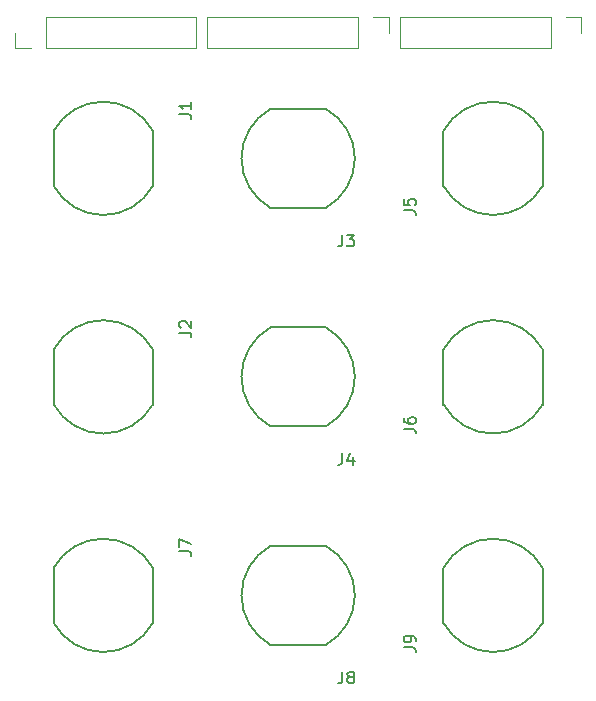
<source format=gto>
%TF.GenerationSoftware,KiCad,Pcbnew,8.0.5*%
%TF.CreationDate,2024-12-04T18:47:01+01:00*%
%TF.ProjectId,DMH_S_H_Noise_PCB_Conn,444d485f-535f-4485-9f4e-6f6973655f50,1*%
%TF.SameCoordinates,Original*%
%TF.FileFunction,Legend,Top*%
%TF.FilePolarity,Positive*%
%FSLAX46Y46*%
G04 Gerber Fmt 4.6, Leading zero omitted, Abs format (unit mm)*
G04 Created by KiCad (PCBNEW 8.0.5) date 2024-12-04 18:47:01*
%MOMM*%
%LPD*%
G01*
G04 APERTURE LIST*
G04 Aperture macros list*
%AMHorizOval*
0 Thick line with rounded ends*
0 $1 width*
0 $2 $3 position (X,Y) of the first rounded end (center of the circle)*
0 $4 $5 position (X,Y) of the second rounded end (center of the circle)*
0 Add line between two ends*
20,1,$1,$2,$3,$4,$5,0*
0 Add two circle primitives to create the rounded ends*
1,1,$1,$2,$3*
1,1,$1,$4,$5*%
G04 Aperture macros list end*
%ADD10C,0.150000*%
%ADD11C,0.120000*%
%ADD12HorizOval,1.712000X-0.533159X0.533159X0.533159X-0.533159X0*%
%ADD13O,3.220000X1.712000*%
%ADD14O,1.712000X3.220000*%
%ADD15HorizOval,1.712000X0.533159X0.533159X-0.533159X-0.533159X0*%
%ADD16R,1.700000X1.700000*%
%ADD17O,1.700000X1.700000*%
G04 APERTURE END LIST*
D10*
X64954819Y-205008333D02*
X65669104Y-205008333D01*
X65669104Y-205008333D02*
X65811961Y-205055952D01*
X65811961Y-205055952D02*
X65907200Y-205151190D01*
X65907200Y-205151190D02*
X65954819Y-205294047D01*
X65954819Y-205294047D02*
X65954819Y-205389285D01*
X64954819Y-204627380D02*
X64954819Y-203960714D01*
X64954819Y-203960714D02*
X65954819Y-204389285D01*
X83954819Y-176158333D02*
X84669104Y-176158333D01*
X84669104Y-176158333D02*
X84811961Y-176205952D01*
X84811961Y-176205952D02*
X84907200Y-176301190D01*
X84907200Y-176301190D02*
X84954819Y-176444047D01*
X84954819Y-176444047D02*
X84954819Y-176539285D01*
X83954819Y-175205952D02*
X83954819Y-175682142D01*
X83954819Y-175682142D02*
X84431009Y-175729761D01*
X84431009Y-175729761D02*
X84383390Y-175682142D01*
X84383390Y-175682142D02*
X84335771Y-175586904D01*
X84335771Y-175586904D02*
X84335771Y-175348809D01*
X84335771Y-175348809D02*
X84383390Y-175253571D01*
X84383390Y-175253571D02*
X84431009Y-175205952D01*
X84431009Y-175205952D02*
X84526247Y-175158333D01*
X84526247Y-175158333D02*
X84764342Y-175158333D01*
X84764342Y-175158333D02*
X84859580Y-175205952D01*
X84859580Y-175205952D02*
X84907200Y-175253571D01*
X84907200Y-175253571D02*
X84954819Y-175348809D01*
X84954819Y-175348809D02*
X84954819Y-175586904D01*
X84954819Y-175586904D02*
X84907200Y-175682142D01*
X84907200Y-175682142D02*
X84859580Y-175729761D01*
X64954819Y-168008333D02*
X65669104Y-168008333D01*
X65669104Y-168008333D02*
X65811961Y-168055952D01*
X65811961Y-168055952D02*
X65907200Y-168151190D01*
X65907200Y-168151190D02*
X65954819Y-168294047D01*
X65954819Y-168294047D02*
X65954819Y-168389285D01*
X65954819Y-167008333D02*
X65954819Y-167579761D01*
X65954819Y-167294047D02*
X64954819Y-167294047D01*
X64954819Y-167294047D02*
X65097676Y-167389285D01*
X65097676Y-167389285D02*
X65192914Y-167484523D01*
X65192914Y-167484523D02*
X65240533Y-167579761D01*
X78741666Y-178204819D02*
X78741666Y-178919104D01*
X78741666Y-178919104D02*
X78694047Y-179061961D01*
X78694047Y-179061961D02*
X78598809Y-179157200D01*
X78598809Y-179157200D02*
X78455952Y-179204819D01*
X78455952Y-179204819D02*
X78360714Y-179204819D01*
X79122619Y-178204819D02*
X79741666Y-178204819D01*
X79741666Y-178204819D02*
X79408333Y-178585771D01*
X79408333Y-178585771D02*
X79551190Y-178585771D01*
X79551190Y-178585771D02*
X79646428Y-178633390D01*
X79646428Y-178633390D02*
X79694047Y-178681009D01*
X79694047Y-178681009D02*
X79741666Y-178776247D01*
X79741666Y-178776247D02*
X79741666Y-179014342D01*
X79741666Y-179014342D02*
X79694047Y-179109580D01*
X79694047Y-179109580D02*
X79646428Y-179157200D01*
X79646428Y-179157200D02*
X79551190Y-179204819D01*
X79551190Y-179204819D02*
X79265476Y-179204819D01*
X79265476Y-179204819D02*
X79170238Y-179157200D01*
X79170238Y-179157200D02*
X79122619Y-179109580D01*
X78741666Y-215204819D02*
X78741666Y-215919104D01*
X78741666Y-215919104D02*
X78694047Y-216061961D01*
X78694047Y-216061961D02*
X78598809Y-216157200D01*
X78598809Y-216157200D02*
X78455952Y-216204819D01*
X78455952Y-216204819D02*
X78360714Y-216204819D01*
X79360714Y-215633390D02*
X79265476Y-215585771D01*
X79265476Y-215585771D02*
X79217857Y-215538152D01*
X79217857Y-215538152D02*
X79170238Y-215442914D01*
X79170238Y-215442914D02*
X79170238Y-215395295D01*
X79170238Y-215395295D02*
X79217857Y-215300057D01*
X79217857Y-215300057D02*
X79265476Y-215252438D01*
X79265476Y-215252438D02*
X79360714Y-215204819D01*
X79360714Y-215204819D02*
X79551190Y-215204819D01*
X79551190Y-215204819D02*
X79646428Y-215252438D01*
X79646428Y-215252438D02*
X79694047Y-215300057D01*
X79694047Y-215300057D02*
X79741666Y-215395295D01*
X79741666Y-215395295D02*
X79741666Y-215442914D01*
X79741666Y-215442914D02*
X79694047Y-215538152D01*
X79694047Y-215538152D02*
X79646428Y-215585771D01*
X79646428Y-215585771D02*
X79551190Y-215633390D01*
X79551190Y-215633390D02*
X79360714Y-215633390D01*
X79360714Y-215633390D02*
X79265476Y-215681009D01*
X79265476Y-215681009D02*
X79217857Y-215728628D01*
X79217857Y-215728628D02*
X79170238Y-215823866D01*
X79170238Y-215823866D02*
X79170238Y-216014342D01*
X79170238Y-216014342D02*
X79217857Y-216109580D01*
X79217857Y-216109580D02*
X79265476Y-216157200D01*
X79265476Y-216157200D02*
X79360714Y-216204819D01*
X79360714Y-216204819D02*
X79551190Y-216204819D01*
X79551190Y-216204819D02*
X79646428Y-216157200D01*
X79646428Y-216157200D02*
X79694047Y-216109580D01*
X79694047Y-216109580D02*
X79741666Y-216014342D01*
X79741666Y-216014342D02*
X79741666Y-215823866D01*
X79741666Y-215823866D02*
X79694047Y-215728628D01*
X79694047Y-215728628D02*
X79646428Y-215681009D01*
X79646428Y-215681009D02*
X79551190Y-215633390D01*
X83954819Y-213158333D02*
X84669104Y-213158333D01*
X84669104Y-213158333D02*
X84811961Y-213205952D01*
X84811961Y-213205952D02*
X84907200Y-213301190D01*
X84907200Y-213301190D02*
X84954819Y-213444047D01*
X84954819Y-213444047D02*
X84954819Y-213539285D01*
X84954819Y-212634523D02*
X84954819Y-212444047D01*
X84954819Y-212444047D02*
X84907200Y-212348809D01*
X84907200Y-212348809D02*
X84859580Y-212301190D01*
X84859580Y-212301190D02*
X84716723Y-212205952D01*
X84716723Y-212205952D02*
X84526247Y-212158333D01*
X84526247Y-212158333D02*
X84145295Y-212158333D01*
X84145295Y-212158333D02*
X84050057Y-212205952D01*
X84050057Y-212205952D02*
X84002438Y-212253571D01*
X84002438Y-212253571D02*
X83954819Y-212348809D01*
X83954819Y-212348809D02*
X83954819Y-212539285D01*
X83954819Y-212539285D02*
X84002438Y-212634523D01*
X84002438Y-212634523D02*
X84050057Y-212682142D01*
X84050057Y-212682142D02*
X84145295Y-212729761D01*
X84145295Y-212729761D02*
X84383390Y-212729761D01*
X84383390Y-212729761D02*
X84478628Y-212682142D01*
X84478628Y-212682142D02*
X84526247Y-212634523D01*
X84526247Y-212634523D02*
X84573866Y-212539285D01*
X84573866Y-212539285D02*
X84573866Y-212348809D01*
X84573866Y-212348809D02*
X84526247Y-212253571D01*
X84526247Y-212253571D02*
X84478628Y-212205952D01*
X84478628Y-212205952D02*
X84383390Y-212158333D01*
X78741666Y-196704819D02*
X78741666Y-197419104D01*
X78741666Y-197419104D02*
X78694047Y-197561961D01*
X78694047Y-197561961D02*
X78598809Y-197657200D01*
X78598809Y-197657200D02*
X78455952Y-197704819D01*
X78455952Y-197704819D02*
X78360714Y-197704819D01*
X79646428Y-197038152D02*
X79646428Y-197704819D01*
X79408333Y-196657200D02*
X79170238Y-197371485D01*
X79170238Y-197371485D02*
X79789285Y-197371485D01*
X64954819Y-186508333D02*
X65669104Y-186508333D01*
X65669104Y-186508333D02*
X65811961Y-186555952D01*
X65811961Y-186555952D02*
X65907200Y-186651190D01*
X65907200Y-186651190D02*
X65954819Y-186794047D01*
X65954819Y-186794047D02*
X65954819Y-186889285D01*
X65050057Y-186079761D02*
X65002438Y-186032142D01*
X65002438Y-186032142D02*
X64954819Y-185936904D01*
X64954819Y-185936904D02*
X64954819Y-185698809D01*
X64954819Y-185698809D02*
X65002438Y-185603571D01*
X65002438Y-185603571D02*
X65050057Y-185555952D01*
X65050057Y-185555952D02*
X65145295Y-185508333D01*
X65145295Y-185508333D02*
X65240533Y-185508333D01*
X65240533Y-185508333D02*
X65383390Y-185555952D01*
X65383390Y-185555952D02*
X65954819Y-186127380D01*
X65954819Y-186127380D02*
X65954819Y-185508333D01*
X83954819Y-194658333D02*
X84669104Y-194658333D01*
X84669104Y-194658333D02*
X84811961Y-194705952D01*
X84811961Y-194705952D02*
X84907200Y-194801190D01*
X84907200Y-194801190D02*
X84954819Y-194944047D01*
X84954819Y-194944047D02*
X84954819Y-195039285D01*
X83954819Y-193753571D02*
X83954819Y-193944047D01*
X83954819Y-193944047D02*
X84002438Y-194039285D01*
X84002438Y-194039285D02*
X84050057Y-194086904D01*
X84050057Y-194086904D02*
X84192914Y-194182142D01*
X84192914Y-194182142D02*
X84383390Y-194229761D01*
X84383390Y-194229761D02*
X84764342Y-194229761D01*
X84764342Y-194229761D02*
X84859580Y-194182142D01*
X84859580Y-194182142D02*
X84907200Y-194134523D01*
X84907200Y-194134523D02*
X84954819Y-194039285D01*
X84954819Y-194039285D02*
X84954819Y-193848809D01*
X84954819Y-193848809D02*
X84907200Y-193753571D01*
X84907200Y-193753571D02*
X84859580Y-193705952D01*
X84859580Y-193705952D02*
X84764342Y-193658333D01*
X84764342Y-193658333D02*
X84526247Y-193658333D01*
X84526247Y-193658333D02*
X84431009Y-193705952D01*
X84431009Y-193705952D02*
X84383390Y-193753571D01*
X84383390Y-193753571D02*
X84335771Y-193848809D01*
X84335771Y-193848809D02*
X84335771Y-194039285D01*
X84335771Y-194039285D02*
X84383390Y-194134523D01*
X84383390Y-194134523D02*
X84431009Y-194182142D01*
X84431009Y-194182142D02*
X84526247Y-194229761D01*
%TO.C,J7*%
X54300000Y-208750000D02*
X54300000Y-206400000D01*
X54300000Y-208750000D02*
X54300000Y-211100000D01*
X62700000Y-208750000D02*
X62700000Y-206400000D01*
X62700000Y-208750000D02*
X62700000Y-211100000D01*
X54311121Y-206406222D02*
G75*
G02*
X58500000Y-203950000I4188879J-2343778D01*
G01*
X58500000Y-203950000D02*
G75*
G02*
X62688879Y-206406222I0J-4800000D01*
G01*
X58500000Y-213550000D02*
G75*
G02*
X54311121Y-211093778I2J4800003D01*
G01*
X62688879Y-211093778D02*
G75*
G02*
X58500000Y-213550000I-4188881J2343781D01*
G01*
%TO.C,J5*%
X87300000Y-171750000D02*
X87300000Y-169400000D01*
X87300000Y-171750000D02*
X87300000Y-174100000D01*
X95700000Y-171750000D02*
X95700000Y-169400000D01*
X95700000Y-171750000D02*
X95700000Y-174100000D01*
X87311121Y-169406222D02*
G75*
G02*
X91500000Y-166950000I4188881J-2343781D01*
G01*
X91500000Y-166950000D02*
G75*
G02*
X95688879Y-169406222I-2J-4800003D01*
G01*
X91500000Y-176550000D02*
G75*
G02*
X87311121Y-174093778I0J4800000D01*
G01*
X95688879Y-174093778D02*
G75*
G02*
X91500000Y-176550000I-4188879J2343778D01*
G01*
%TO.C,J1*%
X54300000Y-171750000D02*
X54300000Y-169400000D01*
X54300000Y-171750000D02*
X54300000Y-174100000D01*
X62700000Y-171750000D02*
X62700000Y-169400000D01*
X62700000Y-171750000D02*
X62700000Y-174100000D01*
X54311121Y-169406222D02*
G75*
G02*
X58500000Y-166950000I4188879J-2343778D01*
G01*
X58500000Y-166950000D02*
G75*
G02*
X62688879Y-169406222I0J-4800000D01*
G01*
X58500000Y-176550000D02*
G75*
G02*
X54311121Y-174093778I2J4800003D01*
G01*
X62688879Y-174093778D02*
G75*
G02*
X58500000Y-176550000I-4188881J2343781D01*
G01*
%TO.C,J3*%
X75000000Y-167550000D02*
X72650000Y-167550000D01*
X75000000Y-167550000D02*
X77350000Y-167550000D01*
X75000000Y-175950000D02*
X72650000Y-175950000D01*
X75000000Y-175950000D02*
X77350000Y-175950000D01*
X70200000Y-171750000D02*
G75*
G02*
X72656222Y-167561121I4800003J-2D01*
G01*
X72656222Y-175938879D02*
G75*
G02*
X70200000Y-171750000I2343781J4188881D01*
G01*
X77343778Y-167561121D02*
G75*
G02*
X79800000Y-171750000I-2343778J-4188879D01*
G01*
X79800000Y-171750000D02*
G75*
G02*
X77343778Y-175938879I-4800000J0D01*
G01*
%TO.C,J8*%
X75000000Y-204550000D02*
X72650000Y-204550000D01*
X75000000Y-204550000D02*
X77350000Y-204550000D01*
X75000000Y-212950000D02*
X72650000Y-212950000D01*
X75000000Y-212950000D02*
X77350000Y-212950000D01*
X70200000Y-208750000D02*
G75*
G02*
X72656222Y-204561121I4800003J-2D01*
G01*
X72656222Y-212938879D02*
G75*
G02*
X70200000Y-208750000I2343781J4188881D01*
G01*
X77343778Y-204561121D02*
G75*
G02*
X79800000Y-208750000I-2343778J-4188879D01*
G01*
X79800000Y-208750000D02*
G75*
G02*
X77343778Y-212938879I-4800000J0D01*
G01*
%TO.C,J9*%
X87300000Y-208750000D02*
X87300000Y-206400000D01*
X87300000Y-208750000D02*
X87300000Y-211100000D01*
X95700000Y-208750000D02*
X95700000Y-206400000D01*
X95700000Y-208750000D02*
X95700000Y-211100000D01*
X87311121Y-206406222D02*
G75*
G02*
X91500000Y-203950000I4188881J-2343781D01*
G01*
X91500000Y-203950000D02*
G75*
G02*
X95688879Y-206406222I-2J-4800003D01*
G01*
X91500000Y-213550000D02*
G75*
G02*
X87311121Y-211093778I0J4800000D01*
G01*
X95688879Y-211093778D02*
G75*
G02*
X91500000Y-213550000I-4188879J2343778D01*
G01*
D11*
%TO.C,J70*%
X83620000Y-159770000D02*
X83620000Y-162430000D01*
X96380000Y-159770000D02*
X83620000Y-159770000D01*
X96380000Y-159770000D02*
X96380000Y-162430000D01*
X96380000Y-162430000D02*
X83620000Y-162430000D01*
X97650000Y-159770000D02*
X98980000Y-159770000D01*
X98980000Y-159770000D02*
X98980000Y-161100000D01*
D10*
%TO.C,J4*%
X75000000Y-186050000D02*
X72650000Y-186050000D01*
X75000000Y-186050000D02*
X77350000Y-186050000D01*
X75000000Y-194450000D02*
X72650000Y-194450000D01*
X75000000Y-194450000D02*
X77350000Y-194450000D01*
X70200000Y-190250000D02*
G75*
G02*
X72656222Y-186061121I4800003J-2D01*
G01*
X72656222Y-194438879D02*
G75*
G02*
X70200000Y-190250000I2343781J4188881D01*
G01*
X77343778Y-186061121D02*
G75*
G02*
X79800000Y-190250000I-2343778J-4188879D01*
G01*
X79800000Y-190250000D02*
G75*
G02*
X77343778Y-194438879I-4800000J0D01*
G01*
D11*
%TO.C,J50*%
X51020000Y-162430000D02*
X51020000Y-161100000D01*
X52350000Y-162430000D02*
X51020000Y-162430000D01*
X53620000Y-159770000D02*
X66380000Y-159770000D01*
X53620000Y-162430000D02*
X53620000Y-159770000D01*
X53620000Y-162430000D02*
X66380000Y-162430000D01*
X66380000Y-162430000D02*
X66380000Y-159770000D01*
D10*
%TO.C,J2*%
X54300000Y-190250000D02*
X54300000Y-187900000D01*
X54300000Y-190250000D02*
X54300000Y-192600000D01*
X62700000Y-190250000D02*
X62700000Y-187900000D01*
X62700000Y-190250000D02*
X62700000Y-192600000D01*
X54311121Y-187906222D02*
G75*
G02*
X58500000Y-185450000I4188879J-2343778D01*
G01*
X58500000Y-185450000D02*
G75*
G02*
X62688879Y-187906222I0J-4800000D01*
G01*
X58500000Y-195050000D02*
G75*
G02*
X54311121Y-192593778I2J4800003D01*
G01*
X62688879Y-192593778D02*
G75*
G02*
X58500000Y-195050000I-4188881J2343781D01*
G01*
D11*
%TO.C,J60*%
X67320000Y-159770000D02*
X67320000Y-162430000D01*
X80080000Y-159770000D02*
X67320000Y-159770000D01*
X80080000Y-159770000D02*
X80080000Y-162430000D01*
X80080000Y-162430000D02*
X67320000Y-162430000D01*
X81350000Y-159770000D02*
X82680000Y-159770000D01*
X82680000Y-159770000D02*
X82680000Y-161100000D01*
D10*
%TO.C,J6*%
X87300000Y-190250000D02*
X87300000Y-187900000D01*
X87300000Y-190250000D02*
X87300000Y-192600000D01*
X95700000Y-190250000D02*
X95700000Y-187900000D01*
X95700000Y-190250000D02*
X95700000Y-192600000D01*
X87311121Y-187906222D02*
G75*
G02*
X91500000Y-185450000I4188881J-2343781D01*
G01*
X91500000Y-185450000D02*
G75*
G02*
X95688879Y-187906222I-2J-4800003D01*
G01*
X91500000Y-195050000D02*
G75*
G02*
X87311121Y-192593778I0J4800000D01*
G01*
X95688879Y-192593778D02*
G75*
G02*
X91500000Y-195050000I-4188879J2343778D01*
G01*
%TD*%
%LPC*%
D12*
%TO.C,J7*%
X63096190Y-204153810D03*
D13*
X59000000Y-215250000D03*
D14*
X65000000Y-211250000D03*
%TD*%
D12*
%TO.C,J5*%
X86903810Y-176346190D03*
D13*
X91000000Y-165250000D03*
D14*
X85000000Y-169250000D03*
%TD*%
D12*
%TO.C,J1*%
X63096190Y-167153810D03*
D13*
X59000000Y-178250000D03*
D14*
X65000000Y-174250000D03*
%TD*%
D15*
%TO.C,J3*%
X79596190Y-176346190D03*
D14*
X68500000Y-172250000D03*
D13*
X72500000Y-178250000D03*
%TD*%
D15*
%TO.C,J8*%
X79596190Y-213346190D03*
D14*
X68500000Y-209250000D03*
D13*
X72500000Y-215250000D03*
%TD*%
D12*
%TO.C,J9*%
X86903810Y-213346190D03*
D13*
X91000000Y-202250000D03*
D14*
X85000000Y-206250000D03*
%TD*%
D16*
%TO.C,J70*%
X97650000Y-161100000D03*
D17*
X95110000Y-161100000D03*
X92570000Y-161100000D03*
X90030000Y-161100000D03*
X87490000Y-161100000D03*
X84950000Y-161100000D03*
%TD*%
D15*
%TO.C,J4*%
X79596190Y-194846190D03*
D14*
X68500000Y-190750000D03*
D13*
X72500000Y-196750000D03*
%TD*%
D16*
%TO.C,J50*%
X52350000Y-161100000D03*
D17*
X54890000Y-161100000D03*
X57430000Y-161100000D03*
X59970000Y-161100000D03*
X62510000Y-161100000D03*
X65050000Y-161100000D03*
%TD*%
D12*
%TO.C,J2*%
X63096190Y-185653810D03*
D13*
X59000000Y-196750000D03*
D14*
X65000000Y-192750000D03*
%TD*%
D16*
%TO.C,J60*%
X81350000Y-161100000D03*
D17*
X78810000Y-161100000D03*
X76270000Y-161100000D03*
X73730000Y-161100000D03*
X71190000Y-161100000D03*
X68650000Y-161100000D03*
%TD*%
D12*
%TO.C,J6*%
X86903810Y-194846190D03*
D13*
X91000000Y-183750000D03*
D14*
X85000000Y-187750000D03*
%TD*%
%LPD*%
M02*

</source>
